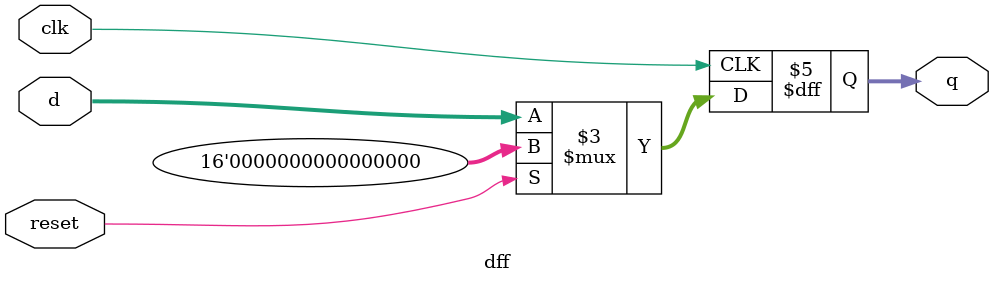
<source format=v>
module dff
        (input clk,
        input [15:0] d,
        input reset,
        output reg [15:0]   q
        );
    
    always@ (posedge clk)
    begin
        if(reset)
            q = 0;
        else
            q = d;
    end
    
endmodule
</source>
